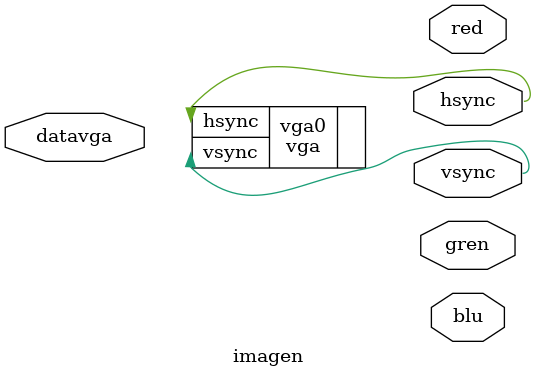
<source format=v>
module imagen(
	input datavga,
	output hsync,vsync, 
	output [2:0] red,
	output [2:0] gren,
	output [1:0] blu 
  



);


vga #() vga0 (
	  .hsync(       hsync     ),
          .vsync(     vsync    )
           );




endmodule

</source>
